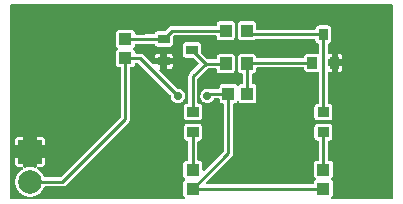
<source format=gtl>
G04 Layer: TopLayer*
G04 EasyEDA v6.5.1, 2022-03-27 00:49:21*
G04 a67cddfb3fce44daa9051d46cbbcc19f,10*
G04 Gerber Generator version 0.2*
G04 Scale: 100 percent, Rotated: No, Reflected: No *
G04 Dimensions in millimeters *
G04 leading zeros omitted , absolute positions ,4 integer and 5 decimal *
%FSLAX45Y45*%
%MOMM*%

%ADD10C,0.2540*%
%ADD11C,0.7000*%
%ADD12R,1.1000X1.0000*%
%ADD14R,1.0000X1.1000*%
%ADD16R,1.0000X0.8000*%
%ADD17R,2.0000X2.0000*%
%ADD18C,2.0000*%

%LPD*%
G36*
X36068Y25908D02*
G01*
X32207Y26670D01*
X28905Y28905D01*
X26670Y32207D01*
X25908Y36068D01*
X25908Y1663954D01*
X26670Y1667814D01*
X28905Y1671116D01*
X32207Y1673301D01*
X36068Y1674114D01*
X3263950Y1674114D01*
X3267811Y1673301D01*
X3271113Y1671116D01*
X3273348Y1667814D01*
X3274110Y1663954D01*
X3274110Y36068D01*
X3273348Y32207D01*
X3271113Y28905D01*
X3267811Y26670D01*
X3263950Y25908D01*
X2758592Y25908D01*
X2754376Y26822D01*
X2750921Y29464D01*
X2748838Y33274D01*
X2748584Y37592D01*
X2750108Y41656D01*
X2753918Y45110D01*
X2758033Y49225D01*
X2761081Y54102D01*
X2763012Y59588D01*
X2763723Y65887D01*
X2763723Y164744D01*
X2763012Y171094D01*
X2761081Y176530D01*
X2758033Y181457D01*
X2753918Y185521D01*
X2752039Y186740D01*
X2749092Y189534D01*
X2747467Y193294D01*
X2747467Y197358D01*
X2749092Y201117D01*
X2752039Y203911D01*
X2753918Y205130D01*
X2758033Y209194D01*
X2761081Y214121D01*
X2763012Y219557D01*
X2763723Y225907D01*
X2763723Y324764D01*
X2763012Y331063D01*
X2761081Y336550D01*
X2758033Y341426D01*
X2753918Y345541D01*
X2749042Y348589D01*
X2743555Y350520D01*
X2737256Y351231D01*
X2731668Y351231D01*
X2727807Y351993D01*
X2724505Y354177D01*
X2722270Y357479D01*
X2721508Y361391D01*
X2721508Y511809D01*
X2722219Y515467D01*
X2724150Y518668D01*
X2727096Y520903D01*
X2730703Y521919D01*
X2738729Y522732D01*
X2744114Y524611D01*
X2749042Y527710D01*
X2753106Y531774D01*
X2756204Y536702D01*
X2758084Y542137D01*
X2758795Y548487D01*
X2758795Y637336D01*
X2758084Y643636D01*
X2756204Y649122D01*
X2753106Y653999D01*
X2749042Y658114D01*
X2744114Y661162D01*
X2738678Y663092D01*
X2732328Y663803D01*
X2633472Y663803D01*
X2627172Y663092D01*
X2621686Y661162D01*
X2616809Y658114D01*
X2612694Y653999D01*
X2609646Y649122D01*
X2607716Y643636D01*
X2607005Y637336D01*
X2607005Y548487D01*
X2607716Y542137D01*
X2609646Y536702D01*
X2612694Y531774D01*
X2616809Y527710D01*
X2621686Y524611D01*
X2627071Y522732D01*
X2635148Y521919D01*
X2638704Y520903D01*
X2641650Y518668D01*
X2643632Y515467D01*
X2644292Y511809D01*
X2644292Y361391D01*
X2643530Y357479D01*
X2641346Y354177D01*
X2638044Y351993D01*
X2634132Y351231D01*
X2628392Y351231D01*
X2622042Y350520D01*
X2616606Y348589D01*
X2611678Y345541D01*
X2607614Y341426D01*
X2604516Y336550D01*
X2602636Y331063D01*
X2601925Y324764D01*
X2601925Y225907D01*
X2602636Y219557D01*
X2604516Y214121D01*
X2607614Y209194D01*
X2611678Y205130D01*
X2613609Y203911D01*
X2616555Y201117D01*
X2618130Y197358D01*
X2618130Y193294D01*
X2616555Y189534D01*
X2613609Y186740D01*
X2611678Y185521D01*
X2607614Y181457D01*
X2604516Y176530D01*
X2602636Y171145D01*
X2601874Y163068D01*
X2600807Y159512D01*
X2598572Y156514D01*
X2595422Y154584D01*
X2591765Y153924D01*
X1695754Y153924D01*
X1691843Y154686D01*
X1688541Y156870D01*
X1686356Y160172D01*
X1685594Y164084D01*
X1686356Y167944D01*
X1688541Y171246D01*
X1905965Y388620D01*
X1911045Y394868D01*
X1914601Y401523D01*
X1916836Y408736D01*
X1917598Y416763D01*
X1917598Y828141D01*
X1918309Y831799D01*
X1920239Y834948D01*
X1923186Y837234D01*
X1926793Y838250D01*
X1934819Y839012D01*
X1940204Y840943D01*
X1945132Y843991D01*
X1949196Y848106D01*
X1950415Y849985D01*
X1953209Y852932D01*
X1956968Y854506D01*
X1961032Y854506D01*
X1964791Y852932D01*
X1967585Y849985D01*
X1968804Y848106D01*
X1972868Y843991D01*
X1977796Y840943D01*
X1983232Y839012D01*
X1989582Y838301D01*
X2088438Y838301D01*
X2094738Y839012D01*
X2100224Y840943D01*
X2105101Y843991D01*
X2109216Y848106D01*
X2112264Y852982D01*
X2114194Y858469D01*
X2114905Y864768D01*
X2114905Y973632D01*
X2114194Y979932D01*
X2112264Y985418D01*
X2109216Y990295D01*
X2105101Y994410D01*
X2100224Y997508D01*
X2094839Y999388D01*
X2086762Y1000150D01*
X2083206Y1001217D01*
X2080209Y1003452D01*
X2078278Y1006602D01*
X2077618Y1010259D01*
X2077618Y1082294D01*
X2078278Y1085900D01*
X2080158Y1089050D01*
X2083104Y1091336D01*
X2086610Y1092403D01*
X2092045Y1093012D01*
X2097532Y1094943D01*
X2102408Y1097991D01*
X2106523Y1102106D01*
X2109571Y1106982D01*
X2111502Y1112469D01*
X2112213Y1118768D01*
X2112213Y1131417D01*
X2112975Y1135329D01*
X2115210Y1138631D01*
X2118512Y1140815D01*
X2122373Y1141577D01*
X2511856Y1141577D01*
X2515514Y1140917D01*
X2518664Y1138986D01*
X2520899Y1135989D01*
X2521966Y1132433D01*
X2522728Y1124356D01*
X2524607Y1118971D01*
X2527706Y1114094D01*
X2531821Y1109980D01*
X2536698Y1106932D01*
X2542184Y1105001D01*
X2548483Y1104290D01*
X2627325Y1104290D01*
X2632252Y1104849D01*
X2636469Y1104442D01*
X2640126Y1102309D01*
X2642616Y1098905D01*
X2643530Y1094790D01*
X2644089Y843991D01*
X2643428Y840333D01*
X2641498Y837133D01*
X2638552Y834898D01*
X2634945Y833831D01*
X2627071Y833069D01*
X2621686Y831189D01*
X2616809Y828090D01*
X2612694Y824026D01*
X2609646Y819099D01*
X2607716Y813663D01*
X2607005Y807313D01*
X2607005Y718464D01*
X2607716Y712165D01*
X2609646Y706678D01*
X2612694Y701802D01*
X2616809Y697687D01*
X2621686Y694588D01*
X2627172Y692708D01*
X2633472Y691997D01*
X2732328Y691997D01*
X2738678Y692708D01*
X2744114Y694588D01*
X2749042Y697687D01*
X2753106Y701802D01*
X2756204Y706678D01*
X2758084Y712165D01*
X2758795Y718464D01*
X2758795Y807313D01*
X2758084Y813663D01*
X2756204Y819099D01*
X2753106Y824026D01*
X2749042Y828090D01*
X2744114Y831189D01*
X2738729Y833069D01*
X2730500Y833831D01*
X2726944Y834847D01*
X2723997Y837133D01*
X2722016Y840282D01*
X2721305Y843940D01*
X2720746Y1094892D01*
X2721610Y1099058D01*
X2724150Y1102512D01*
X2727807Y1104595D01*
X2732024Y1105001D01*
X2738475Y1104290D01*
X2751531Y1104290D01*
X2751531Y1148842D01*
X2730754Y1148842D01*
X2726893Y1149604D01*
X2723591Y1151839D01*
X2721356Y1155090D01*
X2720594Y1159002D01*
X2720492Y1201369D01*
X2721254Y1205280D01*
X2723489Y1208582D01*
X2726740Y1210767D01*
X2730652Y1211529D01*
X2751531Y1211529D01*
X2751531Y1256131D01*
X2738475Y1256131D01*
X2731668Y1255318D01*
X2727452Y1255776D01*
X2723743Y1257858D01*
X2721254Y1261262D01*
X2720340Y1265428D01*
X2720187Y1335328D01*
X2721051Y1339392D01*
X2723438Y1342796D01*
X2726994Y1344980D01*
X2732582Y1346911D01*
X2737510Y1350010D01*
X2741574Y1354074D01*
X2744673Y1359001D01*
X2746603Y1364437D01*
X2747314Y1370787D01*
X2747314Y1469644D01*
X2746603Y1475943D01*
X2744673Y1481429D01*
X2741574Y1486306D01*
X2737510Y1490421D01*
X2732582Y1493469D01*
X2727147Y1495399D01*
X2720797Y1496110D01*
X2641955Y1496110D01*
X2635656Y1495399D01*
X2630170Y1493469D01*
X2625293Y1490421D01*
X2621178Y1486306D01*
X2618079Y1481429D01*
X2616200Y1476044D01*
X2615438Y1468018D01*
X2614371Y1464411D01*
X2612136Y1461465D01*
X2608986Y1459534D01*
X2605328Y1458823D01*
X2122373Y1458823D01*
X2118461Y1459585D01*
X2115210Y1461820D01*
X2112975Y1465122D01*
X2112213Y1468983D01*
X2112213Y1507032D01*
X2111502Y1513332D01*
X2109571Y1518818D01*
X2106523Y1523695D01*
X2102408Y1527810D01*
X2097532Y1530908D01*
X2092045Y1532788D01*
X2085746Y1533499D01*
X1986889Y1533499D01*
X1980539Y1532788D01*
X1975104Y1530908D01*
X1970176Y1527810D01*
X1966112Y1523695D01*
X1963013Y1518818D01*
X1961134Y1513332D01*
X1960372Y1507032D01*
X1960372Y1398168D01*
X1961134Y1391869D01*
X1963013Y1386382D01*
X1966112Y1381506D01*
X1970176Y1377391D01*
X1975104Y1374343D01*
X1980539Y1372412D01*
X1986889Y1371701D01*
X2085746Y1371701D01*
X2092045Y1372412D01*
X2097532Y1374343D01*
X2102408Y1377391D01*
X2103678Y1378661D01*
X2106930Y1380845D01*
X2110841Y1381607D01*
X2605328Y1381607D01*
X2608986Y1380947D01*
X2612136Y1378966D01*
X2614371Y1376019D01*
X2615438Y1372463D01*
X2616200Y1364386D01*
X2618079Y1359001D01*
X2621178Y1354074D01*
X2625293Y1350010D01*
X2630170Y1346911D01*
X2636164Y1344828D01*
X2639720Y1342694D01*
X2642108Y1339291D01*
X2642971Y1335278D01*
X2643124Y1265732D01*
X2642260Y1261567D01*
X2639771Y1258112D01*
X2636062Y1256030D01*
X2631846Y1255623D01*
X2627325Y1256131D01*
X2548483Y1256131D01*
X2542184Y1255420D01*
X2536698Y1253490D01*
X2531821Y1250391D01*
X2527706Y1246327D01*
X2524607Y1241399D01*
X2522728Y1236014D01*
X2521966Y1227988D01*
X2520899Y1224432D01*
X2518664Y1221435D01*
X2515514Y1219504D01*
X2511856Y1218793D01*
X2122271Y1218793D01*
X2118664Y1219504D01*
X2115515Y1221384D01*
X2113280Y1224330D01*
X2112213Y1227836D01*
X2111502Y1233932D01*
X2109571Y1239418D01*
X2106523Y1244295D01*
X2102408Y1248410D01*
X2097532Y1251508D01*
X2092045Y1253388D01*
X2085746Y1254099D01*
X1986889Y1254099D01*
X1980539Y1253388D01*
X1975104Y1251508D01*
X1970176Y1248410D01*
X1966112Y1244295D01*
X1963013Y1239418D01*
X1961134Y1233932D01*
X1960422Y1227632D01*
X1960422Y1118768D01*
X1961134Y1112469D01*
X1963013Y1106982D01*
X1966112Y1102106D01*
X1970176Y1097991D01*
X1975104Y1094943D01*
X1980539Y1093012D01*
X1986889Y1092301D01*
X1990242Y1092301D01*
X1994103Y1091539D01*
X1997405Y1089304D01*
X1999589Y1086002D01*
X2000402Y1082141D01*
X2000402Y1010259D01*
X1999691Y1006602D01*
X1997760Y1003452D01*
X1994763Y1001217D01*
X1991207Y1000150D01*
X1983181Y999388D01*
X1977796Y997508D01*
X1972868Y994410D01*
X1968804Y990295D01*
X1967585Y988415D01*
X1964791Y985469D01*
X1961032Y983894D01*
X1956968Y983894D01*
X1953209Y985469D01*
X1950415Y988415D01*
X1949196Y990295D01*
X1945132Y994410D01*
X1940204Y997508D01*
X1934768Y999388D01*
X1928418Y1000099D01*
X1829562Y1000099D01*
X1823262Y999388D01*
X1817776Y997508D01*
X1812899Y994410D01*
X1808784Y990295D01*
X1805736Y985418D01*
X1803806Y979932D01*
X1803095Y973632D01*
X1803095Y967994D01*
X1802333Y964082D01*
X1800148Y960780D01*
X1796846Y958596D01*
X1792935Y957834D01*
X1720138Y957834D01*
X1714957Y959002D01*
X1705000Y960678D01*
X1694992Y960678D01*
X1685036Y959002D01*
X1675536Y955751D01*
X1666697Y950976D01*
X1658772Y944778D01*
X1651965Y937412D01*
X1646478Y928979D01*
X1642414Y919784D01*
X1639976Y910031D01*
X1639112Y899972D01*
X1639976Y889965D01*
X1642414Y880211D01*
X1646478Y871016D01*
X1651965Y862584D01*
X1658772Y855218D01*
X1666697Y849020D01*
X1675536Y844245D01*
X1685036Y840994D01*
X1694992Y839317D01*
X1705000Y839317D01*
X1714957Y840994D01*
X1724456Y844245D01*
X1733296Y849020D01*
X1741220Y855218D01*
X1748028Y862584D01*
X1753514Y871016D01*
X1755089Y874521D01*
X1757273Y877722D01*
X1760524Y879856D01*
X1764385Y880618D01*
X1792935Y880618D01*
X1796846Y879805D01*
X1800148Y877620D01*
X1802333Y874318D01*
X1803095Y870458D01*
X1803095Y864768D01*
X1803806Y858469D01*
X1805736Y852982D01*
X1808784Y848106D01*
X1812899Y843991D01*
X1817776Y840943D01*
X1823212Y839012D01*
X1831238Y838250D01*
X1834794Y837234D01*
X1837740Y834948D01*
X1839722Y831799D01*
X1840382Y828141D01*
X1840382Y436473D01*
X1839620Y432612D01*
X1837436Y429310D01*
X1676247Y268122D01*
X1672945Y265938D01*
X1669084Y265176D01*
X1665173Y265938D01*
X1661871Y268122D01*
X1659686Y271424D01*
X1658924Y275336D01*
X1658924Y324713D01*
X1658213Y331063D01*
X1656283Y336499D01*
X1653235Y341426D01*
X1649120Y345490D01*
X1644243Y348589D01*
X1638757Y350469D01*
X1632457Y351180D01*
X1626768Y351180D01*
X1622907Y351993D01*
X1619605Y354177D01*
X1617370Y357479D01*
X1616608Y361340D01*
X1616608Y511809D01*
X1617319Y515467D01*
X1619250Y518668D01*
X1622196Y520903D01*
X1625803Y521919D01*
X1633829Y522732D01*
X1639214Y524611D01*
X1644142Y527710D01*
X1648206Y531774D01*
X1651304Y536702D01*
X1653184Y542137D01*
X1653895Y548487D01*
X1653895Y637336D01*
X1653184Y643636D01*
X1651304Y649122D01*
X1648206Y653999D01*
X1644142Y658114D01*
X1639214Y661162D01*
X1633778Y663092D01*
X1627428Y663803D01*
X1528572Y663803D01*
X1522272Y663092D01*
X1516786Y661162D01*
X1511909Y658114D01*
X1507794Y653999D01*
X1504746Y649122D01*
X1502816Y643636D01*
X1502105Y637336D01*
X1502105Y548487D01*
X1502816Y542137D01*
X1504746Y536702D01*
X1507794Y531774D01*
X1511909Y527710D01*
X1516786Y524611D01*
X1522171Y522732D01*
X1530248Y521919D01*
X1533804Y520903D01*
X1536750Y518668D01*
X1538732Y515467D01*
X1539392Y511809D01*
X1539392Y361340D01*
X1538630Y357479D01*
X1536446Y354177D01*
X1533144Y351993D01*
X1529232Y351180D01*
X1523593Y351180D01*
X1517243Y350469D01*
X1511808Y348589D01*
X1506880Y345490D01*
X1502816Y341426D01*
X1499717Y336499D01*
X1497787Y331063D01*
X1497076Y324713D01*
X1497076Y225856D01*
X1497787Y219557D01*
X1499717Y214071D01*
X1502816Y209194D01*
X1506880Y205079D01*
X1508760Y203911D01*
X1511706Y201066D01*
X1513332Y197358D01*
X1513332Y193243D01*
X1511706Y189534D01*
X1508760Y186690D01*
X1506880Y185521D01*
X1502816Y181406D01*
X1499717Y176530D01*
X1497787Y171043D01*
X1497076Y164744D01*
X1497076Y65887D01*
X1497787Y59537D01*
X1499717Y54102D01*
X1502816Y49174D01*
X1510690Y41656D01*
X1512214Y37592D01*
X1511909Y33274D01*
X1509877Y29464D01*
X1506423Y26822D01*
X1502156Y25908D01*
G37*

%LPC*%
G36*
X199898Y47091D02*
G01*
X215087Y48006D01*
X230022Y50749D01*
X244551Y55270D01*
X258419Y61518D01*
X271424Y69392D01*
X283362Y78740D01*
X294132Y89509D01*
X303479Y101447D01*
X311353Y114452D01*
X317652Y128422D01*
X319887Y131572D01*
X323088Y133654D01*
X326898Y134416D01*
X472490Y134416D01*
X480517Y135178D01*
X487781Y137363D01*
X494436Y140919D01*
X500684Y146050D01*
X1033475Y678840D01*
X1038555Y685088D01*
X1042111Y691743D01*
X1044346Y698957D01*
X1045108Y706983D01*
X1045108Y1134160D01*
X1045870Y1138072D01*
X1048105Y1141323D01*
X1051407Y1143558D01*
X1055268Y1144320D01*
X1060856Y1144320D01*
X1067155Y1145032D01*
X1072642Y1146962D01*
X1077518Y1150010D01*
X1081633Y1154125D01*
X1084681Y1159002D01*
X1086561Y1164386D01*
X1087374Y1172413D01*
X1088390Y1175969D01*
X1090676Y1178966D01*
X1093825Y1180896D01*
X1097483Y1181608D01*
X1109624Y1181608D01*
X1113485Y1180795D01*
X1116787Y1178610D01*
X1386281Y909116D01*
X1388618Y905459D01*
X1389989Y889965D01*
X1392428Y880211D01*
X1396492Y871016D01*
X1401978Y862584D01*
X1408785Y855218D01*
X1416710Y849020D01*
X1425549Y844245D01*
X1435049Y840994D01*
X1445006Y839317D01*
X1455013Y839317D01*
X1464970Y840994D01*
X1474470Y844245D01*
X1483309Y849020D01*
X1491234Y855218D01*
X1498041Y862584D01*
X1503527Y871016D01*
X1507591Y880211D01*
X1510030Y889965D01*
X1510893Y899972D01*
X1510030Y910031D01*
X1507591Y919784D01*
X1503527Y928979D01*
X1498041Y937412D01*
X1491234Y944778D01*
X1483309Y950976D01*
X1474470Y955751D01*
X1464970Y959002D01*
X1455013Y960678D01*
X1448155Y960678D01*
X1444244Y961440D01*
X1440992Y963625D01*
X1295349Y1109268D01*
X1293063Y1112774D01*
X1292402Y1116888D01*
X1293418Y1120902D01*
X1296009Y1124204D01*
X1299667Y1126185D01*
X1299667Y1166164D01*
X1251356Y1166164D01*
X1248105Y1164386D01*
X1244396Y1163878D01*
X1240790Y1164742D01*
X1237742Y1166876D01*
X1157478Y1247140D01*
X1151229Y1252270D01*
X1144574Y1255826D01*
X1137361Y1258011D01*
X1129334Y1258824D01*
X1097483Y1258824D01*
X1093825Y1259484D01*
X1090676Y1261414D01*
X1088390Y1264412D01*
X1087374Y1267968D01*
X1086561Y1276045D01*
X1084681Y1281430D01*
X1081633Y1286357D01*
X1077518Y1290421D01*
X1075639Y1291640D01*
X1072692Y1294434D01*
X1071067Y1298194D01*
X1071067Y1302258D01*
X1072692Y1306017D01*
X1075639Y1308811D01*
X1077518Y1310030D01*
X1081633Y1314094D01*
X1084681Y1319022D01*
X1086612Y1324457D01*
X1087323Y1332077D01*
X1088085Y1335938D01*
X1090269Y1339240D01*
X1093520Y1341424D01*
X1097432Y1342237D01*
X1246225Y1343304D01*
X1250340Y1342440D01*
X1253744Y1340053D01*
X1255928Y1336497D01*
X1257706Y1331264D01*
X1260805Y1326388D01*
X1264920Y1322273D01*
X1269796Y1319225D01*
X1275232Y1317294D01*
X1281582Y1316583D01*
X1380439Y1316583D01*
X1386738Y1317294D01*
X1392224Y1319225D01*
X1397101Y1322273D01*
X1401216Y1326388D01*
X1404315Y1331264D01*
X1406194Y1336751D01*
X1406906Y1343050D01*
X1406906Y1399590D01*
X1407668Y1403502D01*
X1409903Y1406753D01*
X1414119Y1411020D01*
X1417421Y1413205D01*
X1421333Y1414018D01*
X1770227Y1414018D01*
X1774139Y1413205D01*
X1777441Y1411020D01*
X1779625Y1407718D01*
X1780387Y1403858D01*
X1780387Y1398168D01*
X1781098Y1391869D01*
X1783029Y1386382D01*
X1786077Y1381506D01*
X1790192Y1377391D01*
X1795068Y1374343D01*
X1800555Y1372412D01*
X1806854Y1371701D01*
X1905711Y1371701D01*
X1912061Y1372412D01*
X1917496Y1374343D01*
X1922424Y1377391D01*
X1926488Y1381506D01*
X1929587Y1386382D01*
X1931517Y1391869D01*
X1932228Y1398168D01*
X1932228Y1507032D01*
X1931517Y1513332D01*
X1929587Y1518818D01*
X1926488Y1523695D01*
X1922424Y1527810D01*
X1917496Y1530908D01*
X1912061Y1532788D01*
X1905711Y1533499D01*
X1806854Y1533499D01*
X1800555Y1532788D01*
X1795068Y1530908D01*
X1790192Y1527810D01*
X1786077Y1523695D01*
X1783029Y1518818D01*
X1781098Y1513332D01*
X1780387Y1507032D01*
X1780387Y1501394D01*
X1779625Y1497482D01*
X1777441Y1494180D01*
X1774139Y1491996D01*
X1770227Y1491234D01*
X1401622Y1491234D01*
X1393596Y1490421D01*
X1386382Y1488236D01*
X1379677Y1484680D01*
X1373479Y1479550D01*
X1345285Y1451406D01*
X1341983Y1449171D01*
X1338122Y1448409D01*
X1281582Y1448409D01*
X1275232Y1447698D01*
X1269796Y1445768D01*
X1264920Y1442720D01*
X1260805Y1438605D01*
X1257706Y1433728D01*
X1255471Y1427327D01*
X1253337Y1423771D01*
X1249984Y1421384D01*
X1245971Y1420520D01*
X1097534Y1419453D01*
X1093876Y1420114D01*
X1090726Y1422044D01*
X1088440Y1424990D01*
X1087374Y1428546D01*
X1086612Y1436014D01*
X1084681Y1441450D01*
X1081633Y1446326D01*
X1077518Y1450441D01*
X1072642Y1453489D01*
X1067155Y1455420D01*
X1060856Y1456131D01*
X951992Y1456131D01*
X945642Y1455420D01*
X940206Y1453489D01*
X935278Y1450441D01*
X931214Y1446326D01*
X928116Y1441450D01*
X926236Y1435963D01*
X925525Y1429664D01*
X925525Y1330807D01*
X926236Y1324457D01*
X928116Y1319022D01*
X931214Y1314094D01*
X935278Y1310030D01*
X937209Y1308811D01*
X940155Y1306017D01*
X941730Y1302258D01*
X941730Y1298194D01*
X940155Y1294434D01*
X937209Y1291640D01*
X935278Y1290421D01*
X931214Y1286357D01*
X928116Y1281430D01*
X926236Y1275994D01*
X925525Y1269644D01*
X925525Y1170787D01*
X926236Y1164488D01*
X928116Y1159002D01*
X931214Y1154125D01*
X935278Y1150010D01*
X940206Y1146962D01*
X945642Y1145032D01*
X951992Y1144320D01*
X957732Y1144320D01*
X961644Y1143558D01*
X964946Y1141323D01*
X967130Y1138072D01*
X967892Y1134160D01*
X967892Y726694D01*
X967130Y722833D01*
X964946Y719531D01*
X459993Y214579D01*
X456692Y212394D01*
X452831Y211632D01*
X326898Y211632D01*
X323088Y212344D01*
X319836Y214426D01*
X317601Y217627D01*
X311353Y231495D01*
X303479Y244500D01*
X294132Y256438D01*
X283362Y267208D01*
X271424Y276555D01*
X262077Y282194D01*
X258927Y285242D01*
X257302Y289255D01*
X257556Y293624D01*
X259588Y297484D01*
X263093Y300126D01*
X267360Y301040D01*
X299313Y301040D01*
X305663Y301802D01*
X311099Y303682D01*
X316026Y306781D01*
X320090Y310845D01*
X323189Y315772D01*
X325069Y321208D01*
X325831Y327558D01*
X325831Y370636D01*
X256235Y370636D01*
X256235Y300837D01*
X255524Y297129D01*
X253542Y293928D01*
X250494Y291693D01*
X246837Y290728D01*
X243078Y291134D01*
X230022Y295198D01*
X215087Y297942D01*
X199898Y298856D01*
X184708Y297942D01*
X169773Y295198D01*
X156718Y291134D01*
X152958Y290728D01*
X149301Y291693D01*
X146253Y293928D01*
X144272Y297129D01*
X143560Y300837D01*
X143560Y370636D01*
X74015Y370636D01*
X74015Y327558D01*
X74726Y321208D01*
X76606Y315772D01*
X79705Y310845D01*
X83769Y306781D01*
X88696Y303682D01*
X94132Y301802D01*
X100482Y301040D01*
X132435Y301040D01*
X136702Y300126D01*
X140208Y297484D01*
X142240Y293624D01*
X142494Y289255D01*
X140868Y285242D01*
X137718Y282194D01*
X128371Y276555D01*
X116433Y267208D01*
X105664Y256438D01*
X96316Y244500D01*
X88442Y231495D01*
X82194Y217627D01*
X77673Y203098D01*
X74930Y188163D01*
X74015Y172974D01*
X74930Y157784D01*
X77673Y142849D01*
X82194Y128320D01*
X88442Y114452D01*
X96316Y101447D01*
X105664Y89509D01*
X116433Y78740D01*
X128371Y69392D01*
X141376Y61518D01*
X155244Y55270D01*
X169773Y50749D01*
X184708Y48006D01*
G37*
G36*
X256235Y483311D02*
G01*
X325831Y483311D01*
X325831Y526389D01*
X325069Y532739D01*
X323189Y538175D01*
X320090Y543102D01*
X316026Y547166D01*
X311099Y550265D01*
X305663Y552145D01*
X299313Y552856D01*
X256235Y552856D01*
G37*
G36*
X74015Y483311D02*
G01*
X143560Y483311D01*
X143560Y552856D01*
X100482Y552856D01*
X94132Y552145D01*
X88696Y550265D01*
X83769Y547166D01*
X79705Y543102D01*
X76606Y538175D01*
X74726Y532739D01*
X74015Y526389D01*
G37*
G36*
X1528572Y691997D02*
G01*
X1627428Y691997D01*
X1633778Y692708D01*
X1639214Y694588D01*
X1644142Y697687D01*
X1648206Y701802D01*
X1651304Y706678D01*
X1653184Y712165D01*
X1653895Y718464D01*
X1653895Y807313D01*
X1653184Y813663D01*
X1651304Y819099D01*
X1648206Y824026D01*
X1644142Y828090D01*
X1639214Y831189D01*
X1633829Y833069D01*
X1625803Y833831D01*
X1622196Y834898D01*
X1619250Y837133D01*
X1617319Y840282D01*
X1616608Y843940D01*
X1616608Y1044143D01*
X1617370Y1048054D01*
X1619605Y1051356D01*
X1699869Y1131620D01*
X1703171Y1133805D01*
X1707032Y1134618D01*
X1770227Y1134618D01*
X1774139Y1133805D01*
X1777441Y1131620D01*
X1779625Y1128318D01*
X1780387Y1124458D01*
X1780387Y1118768D01*
X1781098Y1112469D01*
X1783029Y1106982D01*
X1786128Y1102106D01*
X1790192Y1097991D01*
X1795119Y1094943D01*
X1800555Y1093012D01*
X1806905Y1092301D01*
X1905762Y1092301D01*
X1912061Y1093012D01*
X1917547Y1094943D01*
X1922424Y1097991D01*
X1926539Y1102106D01*
X1929587Y1106982D01*
X1931517Y1112469D01*
X1932228Y1118768D01*
X1932228Y1227632D01*
X1931517Y1233932D01*
X1929587Y1239418D01*
X1926539Y1244295D01*
X1922424Y1248410D01*
X1917547Y1251508D01*
X1912061Y1253388D01*
X1905762Y1254099D01*
X1806905Y1254099D01*
X1800555Y1253388D01*
X1795119Y1251508D01*
X1790192Y1248410D01*
X1786128Y1244295D01*
X1783029Y1239418D01*
X1781098Y1233932D01*
X1780387Y1227632D01*
X1780387Y1221994D01*
X1779625Y1218082D01*
X1777441Y1214780D01*
X1774139Y1212596D01*
X1770227Y1211834D01*
X1707032Y1211834D01*
X1703171Y1212596D01*
X1699869Y1214780D01*
X1649882Y1264767D01*
X1647698Y1268069D01*
X1646936Y1271930D01*
X1646936Y1328470D01*
X1646224Y1334770D01*
X1644294Y1340256D01*
X1641195Y1345133D01*
X1637131Y1349248D01*
X1632204Y1352296D01*
X1626768Y1354226D01*
X1620418Y1354937D01*
X1521561Y1354937D01*
X1515262Y1354226D01*
X1509776Y1352296D01*
X1504899Y1349248D01*
X1500784Y1345133D01*
X1497736Y1340256D01*
X1495806Y1334770D01*
X1495094Y1328470D01*
X1495094Y1249578D01*
X1495806Y1243279D01*
X1497736Y1237792D01*
X1500784Y1232916D01*
X1504899Y1228801D01*
X1509776Y1225753D01*
X1515262Y1223822D01*
X1521561Y1223111D01*
X1578102Y1223111D01*
X1582013Y1222349D01*
X1585315Y1220165D01*
X1625041Y1180388D01*
X1627276Y1177086D01*
X1628038Y1173226D01*
X1627276Y1169314D01*
X1625041Y1166012D01*
X1551076Y1091996D01*
X1545945Y1085799D01*
X1542389Y1079144D01*
X1540205Y1071880D01*
X1539392Y1063853D01*
X1539392Y843940D01*
X1538732Y840282D01*
X1536750Y837133D01*
X1533804Y834898D01*
X1530248Y833831D01*
X1522171Y833069D01*
X1516786Y831189D01*
X1511909Y828090D01*
X1507794Y824026D01*
X1504746Y819099D01*
X1502816Y813663D01*
X1502105Y807313D01*
X1502105Y718464D01*
X1502816Y712165D01*
X1504746Y706678D01*
X1507794Y701802D01*
X1511909Y697687D01*
X1516786Y694588D01*
X1522272Y692708D01*
G37*
G36*
X2804261Y1104290D02*
G01*
X2817317Y1104290D01*
X2823667Y1105001D01*
X2829102Y1106932D01*
X2834030Y1109980D01*
X2838094Y1114094D01*
X2841193Y1118971D01*
X2843123Y1124458D01*
X2843834Y1130757D01*
X2843834Y1148842D01*
X2804261Y1148842D01*
G37*
G36*
X1362354Y1126591D02*
G01*
X1380439Y1126591D01*
X1386738Y1127302D01*
X1392224Y1129233D01*
X1397101Y1132281D01*
X1401216Y1136396D01*
X1404315Y1141272D01*
X1406194Y1146759D01*
X1406906Y1153058D01*
X1406906Y1166164D01*
X1362354Y1166164D01*
G37*
G36*
X2804261Y1211529D02*
G01*
X2843834Y1211529D01*
X2843834Y1229614D01*
X2843123Y1235964D01*
X2841193Y1241399D01*
X2838094Y1246327D01*
X2834030Y1250391D01*
X2829102Y1253490D01*
X2823667Y1255420D01*
X2817317Y1256131D01*
X2804261Y1256131D01*
G37*
G36*
X1362354Y1218844D02*
G01*
X1406906Y1218844D01*
X1406906Y1231950D01*
X1406194Y1238250D01*
X1404315Y1243736D01*
X1401216Y1248613D01*
X1397101Y1252728D01*
X1392224Y1255776D01*
X1386738Y1257706D01*
X1380439Y1258417D01*
X1362354Y1258417D01*
G37*
G36*
X1255115Y1218844D02*
G01*
X1299667Y1218844D01*
X1299667Y1258417D01*
X1281582Y1258417D01*
X1275232Y1257706D01*
X1269796Y1255776D01*
X1264920Y1252728D01*
X1260805Y1248613D01*
X1257706Y1243736D01*
X1255826Y1238250D01*
X1255115Y1231950D01*
G37*

%LPD*%
D10*
X1450009Y900003D02*
G01*
X1129817Y1220195D01*
X1006508Y1220195D01*
X1700009Y900003D02*
G01*
X1719209Y919203D01*
X1879000Y919203D01*
X1578008Y115295D02*
G01*
X1879000Y416283D01*
X1879000Y919203D01*
X1578008Y115295D02*
G01*
X2682908Y115295D01*
X200007Y173004D02*
G01*
X473008Y173004D01*
X1006508Y706503D01*
X1006508Y1220195D01*
X2682908Y762995D02*
G01*
X2681381Y1420345D01*
X2682908Y275285D02*
G01*
X2682908Y592891D01*
X1578008Y275285D02*
G01*
X1578008Y592891D01*
X1578008Y762888D02*
G01*
X1578008Y1064366D01*
X1686844Y1173203D01*
X1571025Y1289029D02*
G01*
X1686844Y1173203D01*
X1856315Y1173203D01*
X2036323Y1173203D02*
G01*
X2038990Y1170536D01*
X2038990Y919203D01*
X2036323Y1173203D02*
G01*
X2043330Y1180211D01*
X2587906Y1180211D01*
X2036300Y1452603D02*
G01*
X2068682Y1420220D01*
X2681381Y1420220D01*
X1331015Y1382499D02*
G01*
X1401119Y1452603D01*
X1856292Y1452603D01*
X1006508Y1380210D02*
G01*
X1331120Y1382499D01*
D12*
G01*
X1006414Y1220231D03*
G01*
X1006414Y1380225D03*
G01*
X2682814Y115331D03*
G01*
X2682814Y275325D03*
G36*
X1528008Y807890D02*
G01*
X1628007Y807890D01*
X1628007Y717897D01*
X1528008Y717897D01*
G37*
G36*
X1528008Y637890D02*
G01*
X1628007Y637890D01*
X1628007Y547898D01*
X1528008Y547898D01*
G37*
G36*
X2632908Y807890D02*
G01*
X2732907Y807890D01*
X2732907Y717897D01*
X2632908Y717897D01*
G37*
G36*
X2632908Y637890D02*
G01*
X2732907Y637890D01*
X2732907Y547898D01*
X2632908Y547898D01*
G37*
D14*
G01*
X1878990Y919200D03*
G01*
X2039010Y919200D03*
D12*
G01*
X1578000Y115290D03*
G01*
X1578000Y275285D03*
G36*
X2547907Y1230215D02*
G01*
X2627917Y1230215D01*
X2627917Y1130216D01*
X2547907Y1130216D01*
G37*
G36*
X2737899Y1230215D02*
G01*
X2817909Y1230215D01*
X2817909Y1130216D01*
X2737899Y1130216D01*
G37*
G36*
X2641379Y1470215D02*
G01*
X2721389Y1470215D01*
X2721389Y1370215D01*
X2641379Y1370215D01*
G37*
D16*
G01*
X1331010Y1382496D03*
G01*
X1331010Y1192504D03*
G01*
X1571015Y1289024D03*
G36*
X1806310Y1228204D02*
G01*
X1906310Y1228204D01*
X1906310Y1118201D01*
X1806310Y1118201D01*
G37*
G36*
X1986320Y1228204D02*
G01*
X2086320Y1228204D01*
X2086320Y1118201D01*
X1986320Y1118201D01*
G37*
D14*
G01*
X2036318Y1452600D03*
G01*
X1856308Y1452600D03*
D17*
G01*
X199897Y426973D03*
D18*
G01*
X199897Y172973D03*
D11*
G01*
X1699996Y899998D03*
G01*
X1450009Y899998D03*
G01*
X299999Y1599999D03*
G01*
X99999Y1399997D03*
G01*
X99999Y1599996D03*
G01*
X3199993Y1599996D03*
G01*
X2999993Y1599996D03*
G01*
X3199993Y1399997D03*
M02*

</source>
